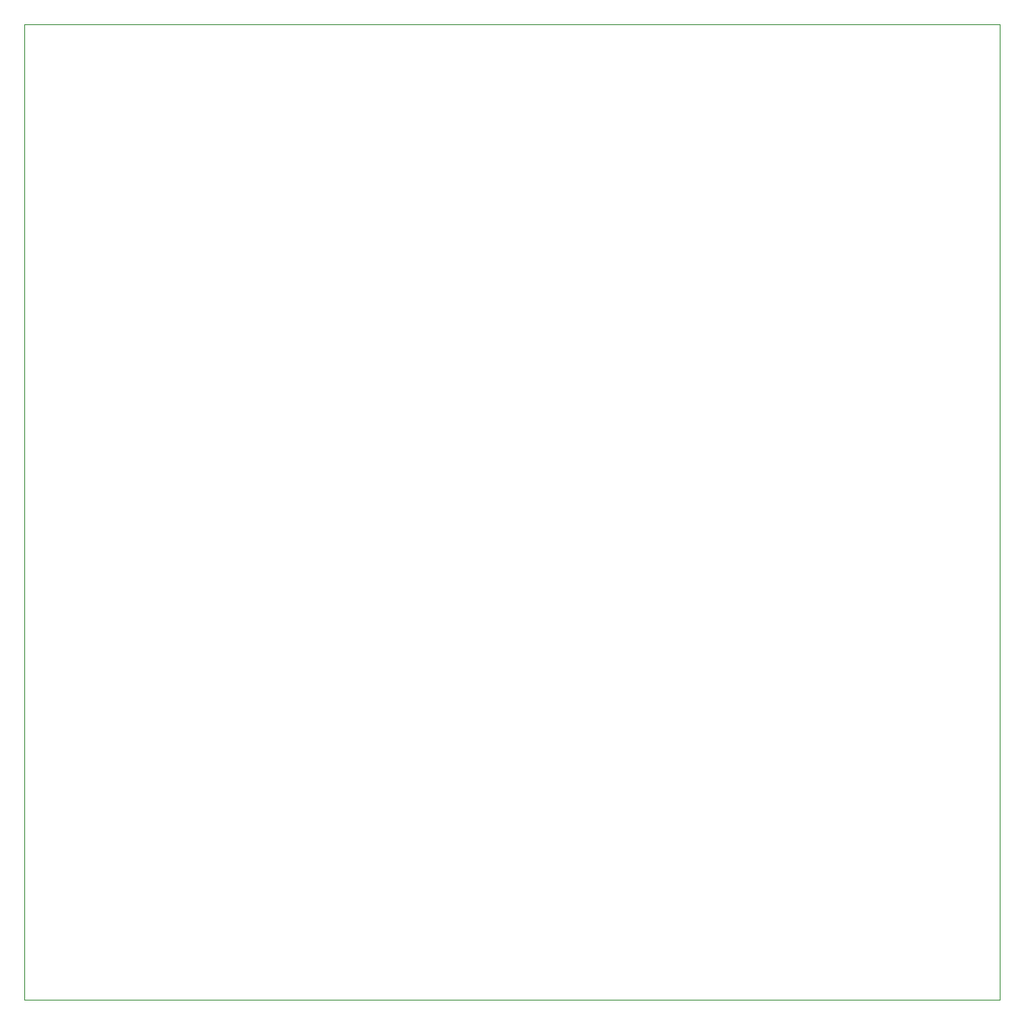
<source format=gbr>
%TF.GenerationSoftware,Altium Limited,Altium Designer,21.8.1 (53)*%
G04 Layer_Color=0*
%FSLAX45Y45*%
%MOMM*%
%TF.SameCoordinates,BA403207-4E74-424F-88DB-B819054AD5B4*%
%TF.FilePolarity,Positive*%
%TF.FileFunction,Profile,NP*%
%TF.Part,Single*%
G01*
G75*
%TA.AperFunction,Profile*%
%ADD130C,0.02540*%
D130*
X9750000Y410000D02*
Y-9790000D01*
X-450000D01*
Y410000D01*
X9750000D01*
%TF.MD5,12efd530402da4cc89c856d9c0f49bb3*%
M02*

</source>
